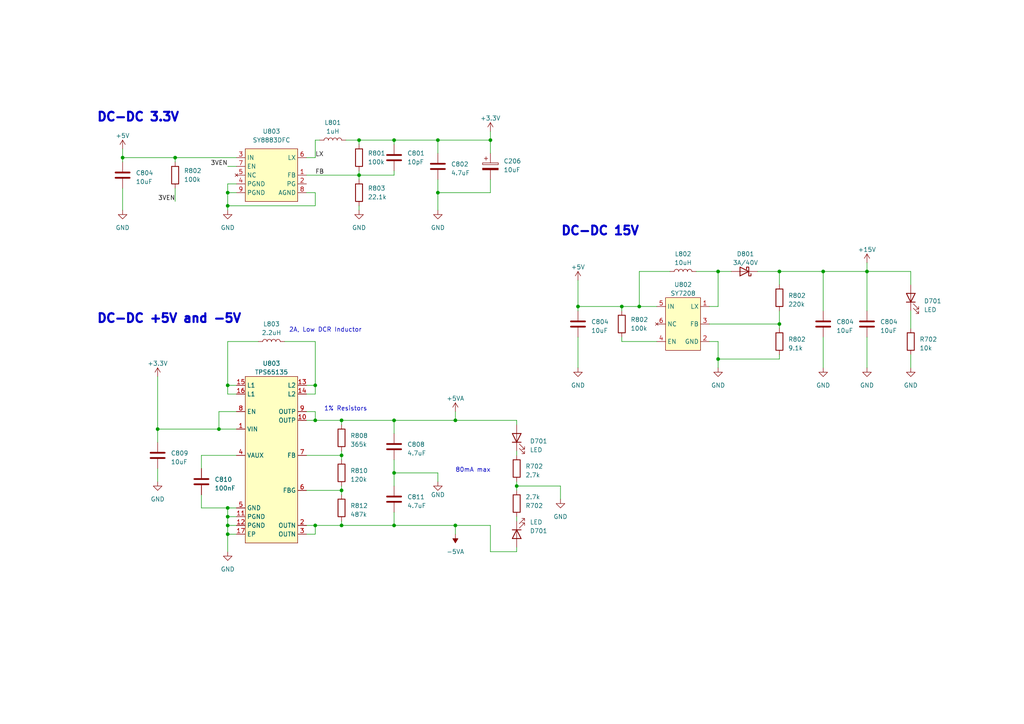
<source format=kicad_sch>
(kicad_sch (version 20230121) (generator eeschema)
  (paper "A4")
  (title_block (title "STM32 USB Audio Interface - Power Supply") (date "2023-04-16") (rev "A"))
  (lib_symbols
    (symbol "Device:C" (pin_numbers hide) (pin_names (offset 0.254))
      (property "Reference" "C" (at 0.635 2.54 0))
      (property "Value" "C" (at 0.635 -2.54 0))
      (symbol "C_0_1"
        (polyline (pts (xy -2.032 -0.762) (xy 2.032 -0.762)) (stroke (width 0.508)))
        (polyline (pts (xy -2.032 0.762) (xy 2.032 0.762)) (stroke (width 0.508)))
      )
      (symbol "C_1_1"
        (pin passive line (at 0 3.81 270) (length 2.794) (name "~") (number "1"))
        (pin passive line (at 0 -3.81 90) (length 2.794) (name "~") (number "2"))
      )
    )
    (symbol "Device:C_Polarized" (pin_numbers hide) (pin_names (offset 0.254))
      (property "Reference" "C" (at 0.635 2.54 0))
      (property "Value" "C_Polarized" (at 0.635 -2.54 0))
      (symbol "C_Polarized_0_1"
        (rectangle (start -2.286 0.508) (end 2.286 1.016))
        (polyline (pts (xy -1.778 2.286) (xy -0.762 2.286)))
        (polyline (pts (xy -1.27 2.794) (xy -1.27 1.778)))
        (rectangle (start 2.286 -0.508) (end -2.286 -1.016) (fill (type outline)))
      )
      (symbol "C_Polarized_1_1"
        (pin passive line (at 0 3.81 270) (length 2.794) (name "~") (number "1"))
        (pin passive line (at 0 -3.81 90) (length 2.794) (name "~") (number "2"))
      )
    )
    (symbol "Device:D_Schottky" (pin_numbers hide) (pin_names (offset 1.016) hide)
      (property "Reference" "D" (at 0 2.54 0))
      (property "Value" "D_Schottky" (at 0 -2.54 0))
      (symbol "D_Schottky_0_1"
        (polyline (pts (xy 1.27 0) (xy -1.27 0)))
        (polyline (pts (xy 1.27 1.27) (xy 1.27 -1.27) (xy -1.27 0) (xy 1.27 1.27)) (stroke (width 0.254)))
        (polyline (pts (xy -1.905 0.635) (xy -1.905 1.27) (xy -1.27 1.27) (xy -1.27 -1.27) (xy -0.635 -1.27) (xy -0.635 -0.635)) (stroke (width 0.254)))
      )
      (symbol "D_Schottky_1_1"
        (pin passive line (at -3.81 0 0) (length 2.54) (name "K") (number "1"))
        (pin passive line (at 3.81 0 180) (length 2.54) (name "A") (number "2"))
      )
    )
    (symbol "Device:L" (pin_numbers hide) (pin_names (offset 1.016) hide)
      (property "Reference" "L" (at -1.27 0 90))
      (property "Value" "L" (at 1.905 0 90))
      (symbol "L_0_1"
        (arc (start 0 -2.54) (mid 0.6323 -1.905) (end 0 -1.27))
        (arc (start 0 -1.27) (mid 0.6323 -0.635) (end 0 0))
        (arc (start 0 0) (mid 0.6323 0.635) (end 0 1.27))
        (arc (start 0 1.27) (mid 0.6323 1.905) (end 0 2.54))
      )
      (symbol "L_1_1"
        (pin passive line (at 0 3.81 270) (length 1.27) (name "1") (number "1"))
        (pin passive line (at 0 -3.81 90) (length 1.27) (name "2") (number "2"))
      )
    )
    (symbol "Device:LED" (pin_numbers hide) (pin_names (offset 1.016) hide)
      (property "Reference" "D" (at 0 2.54 0))
      (property "Value" "LED" (at 0 -2.54 0))
      (symbol "LED_0_1"
        (polyline (pts (xy -1.27 -1.27) (xy -1.27 1.27)) (stroke (width 0.254)))
        (polyline (pts (xy -1.27 0) (xy 1.27 0)))
        (polyline (pts (xy 1.27 -1.27) (xy 1.27 1.27) (xy -1.27 0) (xy 1.27 -1.27)) (stroke (width 0.254)))
        (polyline (pts (xy -3.048 -0.762) (xy -4.572 -2.286) (xy -3.81 -2.286) (xy -4.572 -2.286) (xy -4.572 -1.524)))
        (polyline (pts (xy -1.778 -0.762) (xy -3.302 -2.286) (xy -2.54 -2.286) (xy -3.302 -2.286) (xy -3.302 -1.524)))
      )
      (symbol "LED_1_1"
        (pin passive line (at -3.81 0 0) (length 2.54) (name "K") (number "1"))
        (pin passive line (at 3.81 0 180) (length 2.54) (name "A") (number "2"))
      )
    )
    (symbol "Device:R" (pin_numbers hide) (pin_names (offset 0))
      (property "Reference" "R" (at 2.032 0 90))
      (property "Value" "R" (at 0 0 90))
      (symbol "R_0_1"
        (rectangle (start -1.016 -2.54) (end 1.016 2.54) (stroke (width 0.254)))
      )
      (symbol "R_1_1"
        (pin passive line (at 0 3.81 270) (length 1.27) (name "~") (number "1"))
        (pin passive line (at 0 -3.81 90) (length 1.27) (name "~") (number "2"))
      )
    )
    (symbol "GND_1" (power) (pin_names (offset 0))
      (property "Value" "GND_1" (at 0 -3.81 0))
      (symbol "GND_1_0_1"
        (polyline (pts (xy 0 0) (xy 0 -1.27) (xy 1.27 -1.27) (xy 0 -2.54) (xy -1.27 -1.27) (xy 0 -1.27)))
      )
      (symbol "GND_1_1_1"
        (pin power_in line (at 0 0 270) (length 0) hide (name "GND") (number "1"))
      )
    )
    (symbol "GND_2" (power) (pin_names (offset 0))
      (property "Value" "GND_2" (at 0 -3.81 0))
      (symbol "GND_2_0_1"
        (polyline (pts (xy 0 0) (xy 0 -1.27) (xy 1.27 -1.27) (xy 0 -2.54) (xy -1.27 -1.27) (xy 0 -1.27)))
      )
      (symbol "GND_2_1_1"
        (pin power_in line (at 0 0 270) (length 0) hide (name "GND") (number "1"))
      )
    )
    (symbol "MyLibrary:SY7208"
      (property "Reference" "U" (at 0 8.89 0))
      (property "Value" "SY7208" (at 0 6.35 0))
      (symbol "SY7208_0_0"
        (pin bidirectional line (at 7.62 2.54 180) (length 2.54) (name "LX") (number "1"))
        (pin power_in line (at 7.62 -7.62 180) (length 2.54) (name "GND") (number "2"))
        (pin input line (at 7.62 -2.54 180) (length 2.54) (name "FB") (number "3"))
        (pin input line (at -7.62 -7.62 0) (length 2.54) (name "EN") (number "4"))
        (pin power_in line (at -7.62 2.54 0) (length 2.54) (name "IN") (number "5"))
        (pin no_connect line (at -7.62 -2.54 0) (length 2.54) (name "NC") (number "6"))
      )
      (symbol "SY7208_1_1"
        (rectangle (start -5.08 5.08) (end 5.08 -10.16) (fill (type background)))
      )
    )
    (symbol "MyLibrary:SY8883DFC"
      (property "Reference" "U" (at 0 11.43 0))
      (property "Value" "SY8883DFC" (at 0 8.89 0))
      (symbol "SY8883DFC_0_0"
        (pin input line (at 10.16 0 180) (length 2.54) (name "FB") (number "1"))
        (pin open_emitter line (at 10.16 -2.54 180) (length 2.54) (name "PG") (number "2"))
        (pin power_in line (at -10.16 5.08 0) (length 2.54) (name "IN") (number "3"))
        (pin power_in line (at -10.16 -2.54 0) (length 2.54) (name "PGND") (number "4"))
        (pin no_connect line (at -10.16 0 0) (length 2.54) (name "NC") (number "5"))
        (pin power_out line (at 10.16 5.08 180) (length 2.54) (name "LX") (number "6"))
        (pin input line (at -10.16 2.54 0) (length 2.54) (name "EN") (number "7"))
        (pin power_in line (at 10.16 -5.08 180) (length 2.54) (name "AGND") (number "8"))
        (pin power_in line (at -10.16 -5.08 0) (length 2.54) (name "PGND") (number "9"))
      )
      (symbol "SY8883DFC_0_1"
        (rectangle (start -7.62 7.62) (end 7.62 -7.62) (fill (type background)))
      )
    )
    (symbol "MyLibrary:TPS65135"
      (property "Reference" "U" (at 0 5.08 0))
      (property "Value" "TPS65135" (at 0 0 0))
      (symbol "TPS65135_0_0"
        (pin power_in line (at -10.16 -12.7 0) (length 2.54) (name "VIN") (number "1"))
        (pin power_out line (at 10.16 -10.16 180) (length 2.54) (name "OUTP") (number "10"))
        (pin power_in line (at -10.16 -38.1 0) (length 2.54) (name "PGND") (number "11"))
        (pin power_in line (at -10.16 -40.64 0) (length 2.54) (name "PGND") (number "12"))
        (pin bidirectional line (at 10.16 0 180) (length 2.54) (name "L2") (number "13"))
        (pin bidirectional line (at 10.16 -2.54 180) (length 2.54) (name "L2") (number "14"))
        (pin bidirectional line (at -10.16 0 0) (length 2.54) (name "L1") (number "15"))
        (pin bidirectional line (at -10.16 -2.54 0) (length 2.54) (name "L1") (number "16"))
        (pin power_in line (at -10.16 -43.18 0) (length 2.54) (name "EP") (number "17"))
        (pin power_out line (at 10.16 -40.64 180) (length 2.54) (name "OUTN") (number "2"))
        (pin power_out line (at 10.16 -43.18 180) (length 2.54) (name "OUTN") (number "3"))
        (pin bidirectional line (at -10.16 -20.32 0) (length 2.54) (name "VAUX") (number "4"))
        (pin power_in line (at -10.16 -35.56 0) (length 2.54) (name "GND") (number "5"))
        (pin input line (at 10.16 -30.48 180) (length 2.54) (name "FBG") (number "6"))
        (pin input line (at 10.16 -20.32 180) (length 2.54) (name "FB") (number "7"))
        (pin input line (at -10.16 -7.62 0) (length 2.54) (name "EN") (number "8"))
        (pin power_out line (at 10.16 -7.62 180) (length 2.54) (name "OUTP") (number "9"))
      )
      (symbol "TPS65135_1_1"
        (rectangle (start -7.62 2.54) (end 7.62 -45.72) (fill (type background)))
      )
    )
    (symbol "power:+15V" (power) (pin_names (offset 0))
      (property "Value" "+15V" (at 0 3.556 0))
      (symbol "+15V_0_1"
        (polyline (pts (xy -0.762 1.27) (xy 0 2.54)))
        (polyline (pts (xy 0 0) (xy 0 2.54)))
        (polyline (pts (xy 0 2.54) (xy 0.762 1.27)))
      )
      (symbol "+15V_1_1"
        (pin power_in line (at 0 0 90) (length 0) hide (name "+15V") (number "1"))
      )
    )
    (symbol "power:+3.3V" (power) (pin_names (offset 0))
      (property "Value" "+3.3V" (at 0 3.556 0))
      (symbol "+3.3V_0_1"
        (polyline (pts (xy -0.762 1.27) (xy 0 2.54)))
        (polyline (pts (xy 0 0) (xy 0 2.54)))
        (polyline (pts (xy 0 2.54) (xy 0.762 1.27)))
      )
      (symbol "+3.3V_1_1"
        (pin power_in line (at 0 0 90) (length 0) hide (name "+3.3V") (number "1"))
      )
    )
    (symbol "power:+5V" (power) (pin_names (offset 0))
      (property "Value" "+5V" (at 0 3.556 0))
      (symbol "+5V_0_1"
        (polyline (pts (xy -0.762 1.27) (xy 0 2.54)))
        (polyline (pts (xy 0 0) (xy 0 2.54)))
        (polyline (pts (xy 0 2.54) (xy 0.762 1.27)))
      )
      (symbol "+5V_1_1"
        (pin power_in line (at 0 0 90) (length 0) hide (name "+5V") (number "1"))
      )
    )
    (symbol "power:+5VA" (power) (pin_names (offset 0))
      (property "Value" "+5VA" (at 0 3.556 0))
      (symbol "+5VA_0_1"
        (polyline (pts (xy -0.762 1.27) (xy 0 2.54)))
        (polyline (pts (xy 0 0) (xy 0 2.54)))
        (polyline (pts (xy 0 2.54) (xy 0.762 1.27)))
      )
      (symbol "+5VA_1_1"
        (pin power_in line (at 0 0 90) (length 0) hide (name "+5VA") (number "1"))
      )
    )
    (symbol "power:-5VA" (power) (pin_names (offset 0))
      (property "Value" "-5VA" (at 0 3.81 0))
      (symbol "-5VA_0_0"
        (pin power_in line (at 0 0 90) (length 0) hide (name "-5VA") (number "1"))
      )
      (symbol "-5VA_0_1"
        (polyline (pts (xy 0 0) (xy 0 1.27) (xy 0.762 1.27) (xy 0 2.54) (xy -0.762 1.27) (xy 0 1.27)) (fill (type outline)))
      )
    )
    (symbol "power:GND" (power) (pin_names (offset 0))
      (property "Value" "GND" (at 0 -3.81 0))
      (symbol "GND_0_1"
        (polyline (pts (xy 0 0) (xy 0 -1.27) (xy 1.27 -1.27) (xy 0 -2.54) (xy -1.27 -1.27) (xy 0 -1.27)))
      )
      (symbol "GND_1_1"
        (pin power_in line (at 0 0 270) (length 0) hide (name "GND") (number "1"))
      )
    )
  )
  (junction (at 91.44 121.92))
  (junction (at 114.3 121.92))
  (junction (at 104.14 40.64))
  (junction (at 66.04 152.4))
  (junction (at 66.04 55.88))
  (junction (at 238.76 78.74))
  (junction (at 114.3 137.16))
  (junction (at 226.06 93.98))
  (junction (at 208.28 104.14))
  (junction (at 66.04 154.94))
  (junction (at 208.28 78.74))
  (junction (at 132.08 152.4))
  (junction (at 251.46 78.74))
  (junction (at 99.06 121.92))
  (junction (at 185.42 88.9))
  (junction (at 127 40.64))
  (junction (at 127 55.88))
  (junction (at 66.04 147.32))
  (junction (at 149.86 140.97))
  (junction (at 50.8 45.72))
  (junction (at 142.24 40.64))
  (junction (at 114.3 40.64))
  (junction (at 66.04 111.76))
  (junction (at 35.56 45.72))
  (junction (at 226.06 78.74))
  (junction (at 66.04 59.69))
  (junction (at 66.04 149.86))
  (junction (at 99.06 142.24))
  (junction (at 104.14 50.8))
  (junction (at 91.44 111.76))
  (junction (at 63.5 124.46))
  (junction (at 45.72 124.46))
  (junction (at 132.08 121.92))
  (junction (at 167.64 88.9))
  (junction (at 91.44 152.4))
  (junction (at 180.34 88.9))
  (junction (at 114.3 152.4))
  (junction (at 99.06 152.4))
  (junction (at 99.06 132.08))
  (wire (pts (xy 88.9 121.92) (xy 91.44 121.92)))
  (wire (pts (xy 127 139.7) (xy 127 137.16)))
  (wire (pts (xy 104.14 59.69) (xy 104.14 60.96)))
  (wire (pts (xy 66.04 111.76) (xy 68.58 111.76)))
  (wire (pts (xy 251.46 97.79) (xy 251.46 106.68)))
  (wire (pts (xy 180.34 88.9) (xy 185.42 88.9)))
  (wire (pts (xy 50.8 46.99) (xy 50.8 45.72)))
  (wire (pts (xy 99.06 143.51) (xy 99.06 142.24)))
  (wire (pts (xy 114.3 40.64) (xy 104.14 40.64)))
  (wire (pts (xy 35.56 54.61) (xy 35.56 60.96)))
  (wire (pts (xy 68.58 55.88) (xy 66.04 55.88)))
  (wire (pts (xy 127 55.88) (xy 142.24 55.88)))
  (wire (pts (xy 127 52.07) (xy 127 55.88)))
  (wire (pts (xy 35.56 45.72) (xy 35.56 46.99)))
  (wire (pts (xy 114.3 50.8) (xy 104.14 50.8)))
  (wire (pts (xy 114.3 133.35) (xy 114.3 137.16)))
  (wire (pts (xy 114.3 49.53) (xy 114.3 50.8)))
  (wire (pts (xy 100.33 40.64) (xy 104.14 40.64)))
  (wire (pts (xy 201.93 78.74) (xy 208.28 78.74)))
  (wire (pts (xy 264.16 90.17) (xy 264.16 95.25)))
  (wire (pts (xy 180.34 97.79) (xy 180.34 99.06)))
  (wire (pts (xy 127 44.45) (xy 127 40.64)))
  (wire (pts (xy 66.04 59.69) (xy 66.04 60.96)))
  (wire (pts (xy 35.56 45.72) (xy 50.8 45.72)))
  (wire (pts (xy 238.76 78.74) (xy 238.76 90.17)))
  (wire (pts (xy 208.28 104.14) (xy 226.06 104.14)))
  (wire (pts (xy 149.86 160.02) (xy 142.24 160.02)))
  (wire (pts (xy 104.14 50.8) (xy 104.14 52.07)))
  (wire (pts (xy 114.3 121.92) (xy 132.08 121.92)))
  (wire (pts (xy 142.24 152.4) (xy 132.08 152.4)))
  (wire (pts (xy 91.44 59.69) (xy 66.04 59.69)))
  (wire (pts (xy 142.24 52.07) (xy 142.24 55.88)))
  (wire (pts (xy 99.06 152.4) (xy 91.44 152.4)))
  (wire (pts (xy 50.8 54.61) (xy 50.8 58.42)))
  (wire (pts (xy 99.06 151.13) (xy 99.06 152.4)))
  (wire (pts (xy 66.04 48.26) (xy 68.58 48.26)))
  (wire (pts (xy 226.06 93.98) (xy 205.74 93.98)))
  (wire (pts (xy 142.24 38.1) (xy 142.24 40.64)))
  (wire (pts (xy 264.16 78.74) (xy 251.46 78.74)))
  (wire (pts (xy 149.86 140.97) (xy 162.56 140.97)))
  (wire (pts (xy 91.44 154.94) (xy 91.44 152.4)))
  (wire (pts (xy 91.44 99.06) (xy 82.55 99.06)))
  (wire (pts (xy 58.42 143.51) (xy 58.42 147.32)))
  (wire (pts (xy 45.72 124.46) (xy 45.72 128.27)))
  (wire (pts (xy 66.04 154.94) (xy 68.58 154.94)))
  (wire (pts (xy 68.58 119.38) (xy 63.5 119.38)))
  (wire (pts (xy 226.06 102.87) (xy 226.06 104.14)))
  (wire (pts (xy 167.64 97.79) (xy 167.64 106.68)))
  (wire (pts (xy 127 137.16) (xy 114.3 137.16)))
  (wire (pts (xy 66.04 55.88) (xy 66.04 59.69)))
  (wire (pts (xy 114.3 148.59) (xy 114.3 152.4)))
  (wire (pts (xy 104.14 40.64) (xy 104.14 41.91)))
  (wire (pts (xy 208.28 99.06) (xy 208.28 104.14)))
  (wire (pts (xy 91.44 119.38) (xy 88.9 119.38)))
  (wire (pts (xy 88.9 142.24) (xy 99.06 142.24)))
  (wire (pts (xy 238.76 78.74) (xy 251.46 78.74)))
  (wire (pts (xy 99.06 142.24) (xy 99.06 140.97)))
  (wire (pts (xy 251.46 78.74) (xy 251.46 90.17)))
  (wire (pts (xy 226.06 93.98) (xy 226.06 95.25)))
  (wire (pts (xy 91.44 55.88) (xy 91.44 59.69)))
  (wire (pts (xy 88.9 154.94) (xy 91.44 154.94)))
  (wire (pts (xy 88.9 132.08) (xy 99.06 132.08)))
  (wire (pts (xy 66.04 111.76) (xy 66.04 114.3)))
  (wire (pts (xy 185.42 88.9) (xy 190.5 88.9)))
  (wire (pts (xy 114.3 137.16) (xy 114.3 140.97)))
  (wire (pts (xy 88.9 111.76) (xy 91.44 111.76)))
  (wire (pts (xy 149.86 151.13) (xy 149.86 149.86)))
  (wire (pts (xy 99.06 121.92) (xy 114.3 121.92)))
  (wire (pts (xy 149.86 121.92) (xy 132.08 121.92)))
  (wire (pts (xy 35.56 43.18) (xy 35.56 45.72)))
  (wire (pts (xy 114.3 41.91) (xy 114.3 40.64)))
  (wire (pts (xy 264.16 78.74) (xy 264.16 82.55)))
  (wire (pts (xy 180.34 99.06) (xy 190.5 99.06)))
  (wire (pts (xy 91.44 152.4) (xy 88.9 152.4)))
  (wire (pts (xy 226.06 78.74) (xy 226.06 82.55)))
  (wire (pts (xy 167.64 88.9) (xy 180.34 88.9)))
  (wire (pts (xy 264.16 102.87) (xy 264.16 106.68)))
  (wire (pts (xy 104.14 49.53) (xy 104.14 50.8)))
  (wire (pts (xy 149.86 123.19) (xy 149.86 121.92)))
  (wire (pts (xy 58.42 132.08) (xy 58.42 135.89)))
  (wire (pts (xy 45.72 124.46) (xy 63.5 124.46)))
  (wire (pts (xy 50.8 45.72) (xy 68.58 45.72)))
  (wire (pts (xy 142.24 160.02) (xy 142.24 152.4)))
  (wire (pts (xy 74.93 99.06) (xy 66.04 99.06)))
  (wire (pts (xy 127 40.64) (xy 142.24 40.64)))
  (wire (pts (xy 205.74 99.06) (xy 208.28 99.06)))
  (wire (pts (xy 251.46 76.2) (xy 251.46 78.74)))
  (wire (pts (xy 91.44 114.3) (xy 88.9 114.3)))
  (wire (pts (xy 66.04 152.4) (xy 68.58 152.4)))
  (wire (pts (xy 68.58 53.34) (xy 66.04 53.34)))
  (wire (pts (xy 91.44 40.64) (xy 92.71 40.64)))
  (wire (pts (xy 132.08 152.4) (xy 114.3 152.4)))
  (wire (pts (xy 68.58 132.08) (xy 58.42 132.08)))
  (wire (pts (xy 208.28 78.74) (xy 212.09 78.74)))
  (wire (pts (xy 219.71 78.74) (xy 226.06 78.74)))
  (wire (pts (xy 88.9 45.72) (xy 91.44 45.72)))
  (wire (pts (xy 185.42 78.74) (xy 185.42 88.9)))
  (wire (pts (xy 45.72 109.22) (xy 45.72 124.46)))
  (wire (pts (xy 63.5 119.38) (xy 63.5 124.46)))
  (wire (pts (xy 132.08 121.92) (xy 132.08 119.38)))
  (wire (pts (xy 180.34 88.9) (xy 180.34 90.17)))
  (wire (pts (xy 167.64 81.28) (xy 167.64 88.9)))
  (wire (pts (xy 66.04 154.94) (xy 66.04 160.02)))
  (wire (pts (xy 127 55.88) (xy 127 60.96)))
  (wire (pts (xy 99.06 132.08) (xy 99.06 130.81)))
  (wire (pts (xy 66.04 147.32) (xy 66.04 149.86)))
  (wire (pts (xy 91.44 111.76) (xy 91.44 99.06)))
  (wire (pts (xy 45.72 135.89) (xy 45.72 139.7)))
  (wire (pts (xy 91.44 111.76) (xy 91.44 114.3)))
  (wire (pts (xy 114.3 152.4) (xy 99.06 152.4)))
  (wire (pts (xy 194.31 78.74) (xy 185.42 78.74)))
  (wire (pts (xy 208.28 106.68) (xy 208.28 104.14)))
  (wire (pts (xy 205.74 88.9) (xy 208.28 88.9)))
  (wire (pts (xy 91.44 119.38) (xy 91.44 121.92)))
  (wire (pts (xy 66.04 149.86) (xy 66.04 152.4)))
  (wire (pts (xy 167.64 88.9) (xy 167.64 90.17)))
  (wire (pts (xy 91.44 121.92) (xy 99.06 121.92)))
  (wire (pts (xy 68.58 147.32) (xy 66.04 147.32)))
  (wire (pts (xy 132.08 154.94) (xy 132.08 152.4)))
  (wire (pts (xy 238.76 78.74) (xy 226.06 78.74)))
  (wire (pts (xy 91.44 45.72) (xy 91.44 40.64)))
  (wire (pts (xy 66.04 114.3) (xy 68.58 114.3)))
  (wire (pts (xy 88.9 50.8) (xy 104.14 50.8)))
  (wire (pts (xy 149.86 158.75) (xy 149.86 160.02)))
  (wire (pts (xy 142.24 44.45) (xy 142.24 40.64)))
  (wire (pts (xy 149.86 140.97) (xy 149.86 142.24)))
  (wire (pts (xy 162.56 140.97) (xy 162.56 144.78)))
  (wire (pts (xy 63.5 124.46) (xy 68.58 124.46)))
  (wire (pts (xy 66.04 53.34) (xy 66.04 55.88)))
  (wire (pts (xy 58.42 147.32) (xy 66.04 147.32)))
  (wire (pts (xy 88.9 55.88) (xy 91.44 55.88)))
  (wire (pts (xy 114.3 125.73) (xy 114.3 121.92)))
  (wire (pts (xy 208.28 88.9) (xy 208.28 78.74)))
  (wire (pts (xy 226.06 90.17) (xy 226.06 93.98)))
  (wire (pts (xy 99.06 133.35) (xy 99.06 132.08)))
  (wire (pts (xy 99.06 123.19) (xy 99.06 121.92)))
  (wire (pts (xy 127 40.64) (xy 114.3 40.64)))
  (wire (pts (xy 238.76 97.79) (xy 238.76 106.68)))
  (wire (pts (xy 66.04 99.06) (xy 66.04 111.76)))
  (wire (pts (xy 66.04 149.86) (xy 68.58 149.86)))
  (wire (pts (xy 149.86 139.7) (xy 149.86 140.97)))
  (wire (pts (xy 66.04 152.4) (xy 66.04 154.94)))
  (wire (pts (xy 149.86 130.81) (xy 149.86 132.08)))
  (text "2A, Low DCR Inductor" (at 83.82 96.52 0) (effects (font (size 1.27 1.27)) (justify left bottom)))
  (text "1% Resistors" (at 93.98 119.38 0) (effects (font (size 1.27 1.27)) (justify left bottom)))
  (text "DC-DC +5V and -5V" (at 27.94 93.98 0) (effects (font (size 2.54 2.54) (thickness 0.6) bold) (justify left bottom)))
  (text "DC-DC 3.3V" (at 27.94 35.56 0) (effects (font (size 2.54 2.54) (thickness 0.6) bold) (justify left bottom)))
  (text "80mA max" (at 132.08 137.16 0) (effects (font (size 1.27 1.27)) (justify left bottom)))
  (text "DC-DC 15V" (at 162.56 68.58 0) (effects (font (size 2.54 2.54) (thickness 0.6) bold) (justify left bottom)))
  (label "FB" (at 91.44 50.8 0) (property "Intersheetrefs" "${INTERSHEET_REFS}" (effects hide)))
  (label "LX" (at 91.44 45.72 0))
  (label "3VEN" (at 50.8 58.42 180) (property "Intersheetrefs" "${INTERSHEET_REFS}" (effects hide)))
  (label "3VEN" (at 66.04 48.26 180) (property "Intersheetrefs" "${INTERSHEET_REFS}" (effects hide)))
  (symbol (lib_id "Device:LED") (at 149.86 127 90) (unit 1)
    (property "Reference" "D701" (at 153.67 127.9525 90) (effects (justify right)))
    (property "Value" "LED" (at 153.67 130.4925 90) (effects (justify right)))
    (property "Footprint" "LED_SMD:LED_0603_1608Metric" (effects hide))
    (instances (project "STM32-USB-Audio-Board" (path "" (reference "D701") (unit 1)) (path "" (reference "D501") (unit 1)) (path "" (reference "D601") (unit 1)) (path "" (reference "D803") (unit 1))))
  )
  (symbol (lib_id "Device:C") (at 35.56 50.8 0) (unit 1)
    (property "Reference" "C804" (at 39.37 50.165 0) (effects (justify left)))
    (property "Value" "10uF" (at 39.37 52.705 0) (effects (justify left)))
    (property "Footprint" "Capacitor_SMD:C_0603_1608Metric" (effects hide))
    (instances (project "Quad_RAK3172_Board" (path "" (reference "C804") (unit 1)) (path "" (reference "C201") (unit 1))) (project "pico-swd-programmer" (path "" (reference "C303") (unit 1))) (project "STM32-USB-Audio-Board" (path "" (reference "C310") (unit 1)) (path "" (reference "C804") (unit 1))) (project "RAK3172-M.2-2230-Mod" (path "" (reference "C403") (unit 1))))
  )
  (symbol (lib_id "Device:L") (at 78.74 99.06 90) (unit 1)
    (property "Reference" "L803" (at 78.74 93.98 90))
    (property "Value" "2.2uH" (at 78.74 96.52 90))
    (property "Footprint" "Inductor_SMD:L_Sunlord_MWSA0412S" (effects hide))
  )
  (symbol (lib_id "Device:R") (at 226.06 99.06 0) (unit 1)
    (property "Reference" "R802" (at 228.6 98.425 0) (effects (justify left)))
    (property "Value" "9.1k" (at 228.6 100.965 0) (effects (justify left)))
    (property "Footprint" "Resistor_SMD:R_0402_1005Metric" (effects hide))
    (instances (project "Quad_RAK3172_Board" (path "" (reference "R802") (unit 1)) (path "" (reference "R201") (unit 1))) (project "pico-swd-programmer" (path "" (reference "R305") (unit 1))) (project "STM32-USB-Audio-Board" (path "" (reference "R310") (unit 1)) (path "" (reference "R806") (unit 1))) (project "RAK3172-M.2-2230-Mod" (path "" (reference "R403") (unit 1))))
  )
  (symbol (lib_id "power:+5V") (at 167.64 81.28 0) (unit 1)
    (property "Reference" "#PWR0808" (effects hide))
    (property "Value" "+5V" (at 167.64 77.47 0))
  )
  (symbol (lib_id "Device:C") (at 58.42 139.7 0) (unit 1)
    (property "Reference" "C810" (at 62.23 139.065 0) (effects (justify left)))
    (property "Value" "100nF" (at 62.23 141.605 0) (effects (justify left)))
    (property "Footprint" "Capacitor_SMD:C_0402_1005Metric" (effects hide))
  )
  (symbol (lib_name "GND_2") (lib_id "power:GND") (at 104.14 60.96 0) (unit 1)
    (property "Reference" "#PWR0804" (effects hide))
    (property "Value" "GND" (at 104.14 66.04 0))
    (instances (project "Quad_RAK3172_Board" (path "" (reference "#PWR0804") (unit 1)) (path "" (reference "#PWR0208") (unit 1))) (project "pico-swd-programmer" (path "" (reference "#PWR0308") (unit 1))) (project "STM32-USB-Audio-Board" (path "" (reference "#PWR0318") (unit 1)) (path "" (reference "#PWR0805") (unit 1))) (project "RAK3172-M.2-2230-Mod" (path "" (reference "#PWR0405") (unit 1))))
  )
  (symbol (lib_id "power:+15V") (at 251.46 76.2 0) (unit 1)
    (property "Reference" "#PWR0807" (effects hide))
    (property "Value" "+15V" (at 251.46 72.39 0))
  )
  (symbol (lib_id "Device:C") (at 45.72 132.08 0) (unit 1)
    (property "Reference" "C809" (at 49.53 131.445 0) (effects (justify left)))
    (property "Value" "10uF" (at 49.53 133.985 0) (effects (justify left)))
    (property "Footprint" "Capacitor_SMD:C_0603_1608Metric" (effects hide))
  )
  (symbol (lib_id "Device:L") (at 198.12 78.74 90) (unit 1)
    (property "Reference" "L802" (at 198.12 73.66 90))
    (property "Value" "10uH" (at 198.12 76.2 90))
    (property "Footprint" "Inductor_SMD:L_Sunlord_MWSA0412S" (effects hide))
  )
  (symbol (lib_id "Device:C") (at 167.64 93.98 0) (unit 1)
    (property "Reference" "C804" (at 171.45 93.345 0) (effects (justify left)))
    (property "Value" "10uF" (at 171.45 95.885 0) (effects (justify left)))
    (property "Footprint" "Capacitor_SMD:C_0603_1608Metric" (effects hide))
    (instances (project "Quad_RAK3172_Board" (path "" (reference "C804") (unit 1)) (path "" (reference "C201") (unit 1))) (project "pico-swd-programmer" (path "" (reference "C303") (unit 1))) (project "STM32-USB-Audio-Board" (path "" (reference "C310") (unit 1)) (path "" (reference "C805") (unit 1))) (project "RAK3172-M.2-2230-Mod" (path "" (reference "C403") (unit 1))))
  )
  (symbol (lib_name "GND_1") (lib_id "power:GND") (at 264.16 106.68 0) (unit 1)
    (property "Reference" "#PWR0802" (effects hide))
    (property "Value" "GND" (at 264.16 111.76 0))
    (instances (project "Quad_RAK3172_Board" (path "" (reference "#PWR0802") (unit 1)) (path "" (reference "#PWR0202") (unit 1))) (project "pico-swd-programmer" (path "" (reference "#PWR0306") (unit 1))) (project "STM32-USB-Audio-Board" (path "" (reference "#PWR0316") (unit 1)) (path "" (reference "#PWR0813") (unit 1))) (project "RAK3172-M.2-2230-Mod" (path "" (reference "#PWR0403") (unit 1))))
  )
  (symbol (lib_id "Device:C_Polarized") (at 142.24 48.26 0) (unit 1)
    (property "Reference" "C206" (at 146.05 46.736 0) (effects (justify left)))
    (property "Value" "10uF" (at 146.05 49.276 0) (effects (justify left)))
    (property "Footprint" "Capacitor_Tantalum_SMD:CP_EIA-3528-21_Kemet-B" (effects hide))
    (instances (project "Quad_RAK3172_Board" (path "" (reference "C206") (unit 1))) (project "STM32-USB-Audio-Board" (path "" (reference "C309") (unit 1)) (path "" (reference "C803") (unit 1))))
  )
  (symbol (lib_id "Device:C") (at 238.76 93.98 0) (unit 1)
    (property "Reference" "C804" (at 242.57 93.345 0) (effects (justify left)))
    (property "Value" "10uF" (at 242.57 95.885 0) (effects (justify left)))
    (property "Footprint" "Capacitor_SMD:C_0805_2012Metric" (effects hide))
    (instances (project "Quad_RAK3172_Board" (path "" (reference "C804") (unit 1)) (path "" (reference "C201") (unit 1))) (project "pico-swd-programmer" (path "" (reference "C303") (unit 1))) (project "STM32-USB-Audio-Board" (path "" (reference "C310") (unit 1)) (path "" (reference "C806") (unit 1))) (project "RAK3172-M.2-2230-Mod" (path "" (reference "C403") (unit 1))))
  )
  (symbol (lib_id "Device:R") (at 104.14 55.88 0) (unit 1)
    (property "Reference" "R803" (at 106.68 54.61 0) (effects (justify left)))
    (property "Value" "22.1k" (at 106.68 57.15 0) (effects (justify left)))
    (property "Footprint" "Resistor_SMD:R_0402_1005Metric" (effects hide))
    (instances (project "Quad_RAK3172_Board" (path "" (reference "R803") (unit 1)) (path "" (reference "R205") (unit 1))) (project "pico-swd-programmer" (path "" (reference "R306") (unit 1))) (project "STM32-USB-Audio-Board" (path "" (reference "R311") (unit 1)) (path "" (reference "R803") (unit 1))) (project "RAK3172-M.2-2230-Mod" (path "" (reference "R404") (unit 1))))
  )
  (symbol (lib_id "Device:R") (at 99.06 137.16 0) (unit 1)
    (property "Reference" "R810" (at 101.6 136.525 0) (effects (justify left)))
    (property "Value" "120k" (at 101.6 139.065 0) (effects (justify left)))
    (property "Footprint" "Resistor_SMD:R_0402_1005Metric" (effects hide))
  )
  (symbol (lib_name "GND_2") (lib_id "power:GND") (at 127 60.96 0) (unit 1)
    (property "Reference" "#PWR0805" (effects hide))
    (property "Value" "GND" (at 127 66.04 0))
    (instances (project "Quad_RAK3172_Board" (path "" (reference "#PWR0805") (unit 1)) (path "" (reference "#PWR0212") (unit 1))) (project "pico-swd-programmer" (path "" (reference "#PWR0309") (unit 1))) (project "STM32-USB-Audio-Board" (path "" (reference "#PWR0319") (unit 1)) (path "" (reference "#PWR0806") (unit 1))) (project "RAK3172-M.2-2230-Mod" (path "" (reference "#PWR0406") (unit 1))))
  )
  (symbol (lib_id "Device:R") (at 104.14 45.72 0) (unit 1)
    (property "Reference" "R801" (at 106.68 44.4499 0) (effects (justify left)))
    (property "Value" "100k" (at 106.68 46.9899 0) (effects (justify left)))
    (property "Footprint" "Resistor_SMD:R_0402_1005Metric" (effects hide))
    (instances (project "Quad_RAK3172_Board" (path "" (reference "R801") (unit 1)) (path "" (reference "R204") (unit 1))) (project "pico-swd-programmer" (path "" (reference "R303") (unit 1))) (project "STM32-USB-Audio-Board" (path "" (reference "R309") (unit 1)) (path "" (reference "R801") (unit 1))) (project "RAK3172-M.2-2230-Mod" (path "" (reference "R401") (unit 1))))
  )
  (symbol (lib_name "GND_1") (lib_id "power:GND") (at 167.64 106.68 0) (unit 1)
    (property "Reference" "#PWR0802" (effects hide))
    (property "Value" "GND" (at 167.64 111.76 0))
    (instances (project "Quad_RAK3172_Board" (path "" (reference "#PWR0802") (unit 1)) (path "" (reference "#PWR0202") (unit 1))) (project "pico-swd-programmer" (path "" (reference "#PWR0306") (unit 1))) (project "STM32-USB-Audio-Board" (path "" (reference "#PWR0316") (unit 1)) (path "" (reference "#PWR0809") (unit 1))) (project "RAK3172-M.2-2230-Mod" (path "" (reference "#PWR0403") (unit 1))))
  )
  (symbol (lib_id "Device:R") (at 264.16 99.06 0) (unit 1)
    (property "Reference" "R702" (at 266.7 98.425 0) (effects (justify left)))
    (property "Value" "10k" (at 266.7 100.965 0) (effects (justify left)))
    (property "Footprint" "Resistor_SMD:R_0402_1005Metric" (effects hide))
    (instances (project "STM32-USB-Audio-Board" (path "" (reference "R702") (unit 1)) (path "" (reference "R501") (unit 1)) (path "" (reference "R601") (unit 1)) (path "" (reference "R807") (unit 1))))
  )
  (symbol (lib_id "MyLibrary:TPS65135") (at 78.74 111.76 0) (unit 1)
    (property "Reference" "U803" (at 78.74 105.41 0))
    (property "Value" "TPS65135" (at 78.74 107.95 0))
    (property "Footprint" "Package_DFN_QFN:WQFN-16-1EP_3x3mm_P0.5mm_EP1.68x1.68mm" (effects hide))
    (property "Datasheet" "https://www.ti.com/lit/ds/symlink/tps65135.pdf" (effects hide))
  )
  (symbol (lib_id "Device:C") (at 114.3 144.78 0) (unit 1)
    (property "Reference" "C811" (at 118.11 144.145 0) (effects (justify left)))
    (property "Value" "4.7uF" (at 118.11 146.685 0) (effects (justify left)))
    (property "Footprint" "Capacitor_SMD:C_0603_1608Metric" (effects hide))
  )
  (symbol (lib_id "power:+5V") (at 35.56 43.18 0) (unit 1)
    (property "Reference" "#PWR0802" (effects hide))
    (property "Value" "+5V" (at 35.56 39.37 0))
  )
  (symbol (lib_name "GND_1") (lib_id "power:GND") (at 251.46 106.68 0) (unit 1)
    (property "Reference" "#PWR0802" (effects hide))
    (property "Value" "GND" (at 251.46 111.76 0))
    (instances (project "Quad_RAK3172_Board" (path "" (reference "#PWR0802") (unit 1)) (path "" (reference "#PWR0202") (unit 1))) (project "pico-swd-programmer" (path "" (reference "#PWR0306") (unit 1))) (project "STM32-USB-Audio-Board" (path "" (reference "#PWR0316") (unit 1)) (path "" (reference "#PWR0812") (unit 1))) (project "RAK3172-M.2-2230-Mod" (path "" (reference "#PWR0403") (unit 1))))
  )
  (symbol (lib_id "Device:C") (at 114.3 45.72 0) (unit 1)
    (property "Reference" "C801" (at 118.11 44.4499 0) (effects (justify left)))
    (property "Value" "10pF" (at 118.11 46.9899 0) (effects (justify left)))
    (property "Footprint" "Capacitor_SMD:C_0402_1005Metric" (effects hide))
    (instances (project "Quad_RAK3172_Board" (path "" (reference "C801") (unit 1)) (path "" (reference "C204") (unit 1))) (project "pico-swd-programmer" (path "" (reference "C301") (unit 1))) (project "STM32-USB-Audio-Board" (path "" (reference "C307") (unit 1)) (path "" (reference "C801") (unit 1))) (project "RAK3172-M.2-2230-Mod" (path "" (reference "C401") (unit 1))))
  )
  (symbol (lib_id "power:+3.3V") (at 45.72 109.22 0) (unit 1)
    (property "Reference" "#PWR0214" (effects hide))
    (property "Value" "+3.3V" (at 45.72 105.41 0))
    (instances (project "Quad_RAK3172_Board" (path "" (reference "#PWR0214") (unit 1))) (project "STM32-USB-Audio-Board" (path "" (reference "#PWR0314") (unit 1)) (path "" (reference "#PWR0814") (unit 1))))
  )
  (symbol (lib_name "GND_1") (lib_id "power:GND") (at 238.76 106.68 0) (unit 1)
    (property "Reference" "#PWR0802" (effects hide))
    (property "Value" "GND" (at 238.76 111.76 0))
    (instances (project "Quad_RAK3172_Board" (path "" (reference "#PWR0802") (unit 1)) (path "" (reference "#PWR0202") (unit 1))) (project "pico-swd-programmer" (path "" (reference "#PWR0306") (unit 1))) (project "STM32-USB-Audio-Board" (path "" (reference "#PWR0316") (unit 1)) (path "" (reference "#PWR0811") (unit 1))) (project "RAK3172-M.2-2230-Mod" (path "" (reference "#PWR0403") (unit 1))))
  )
  (symbol (lib_id "Device:L") (at 96.52 40.64 90) (unit 1)
    (property "Reference" "L801" (at 96.52 35.56 90))
    (property "Value" "1uH" (at 96.52 38.1 90))
    (property "Footprint" "Inductor_SMD:L_Sunlord_SWPA4020S" (effects hide))
    (instances (project "Quad_RAK3172_Board" (path "" (reference "L801") (unit 1)) (path "" (reference "L202") (unit 1))) (project "pico-swd-programmer" (path "" (reference "L301") (unit 1))) (project "STM32-USB-Audio-Board" (path "" (reference "L303") (unit 1)) (path "" (reference "L801") (unit 1))) (project "RAK3172-M.2-2230-Mod" (path "" (reference "L401") (unit 1))))
  )
  (symbol (lib_id "Device:D_Schottky") (at 215.9 78.74 180) (unit 1)
    (property "Reference" "D801" (at 216.2175 73.66 0))
    (property "Value" "3A/40V" (at 216.2175 76.2 0))
    (property "Footprint" "Diode_SMD:D_SOD-123" (effects hide))
  )
  (symbol (lib_id "Device:C") (at 114.3 129.54 0) (unit 1)
    (property "Reference" "C808" (at 118.11 128.905 0) (effects (justify left)))
    (property "Value" "4.7uF" (at 118.11 131.445 0) (effects (justify left)))
    (property "Footprint" "Capacitor_SMD:C_0603_1608Metric" (effects hide))
  )
  (symbol (lib_name "GND_1") (lib_id "power:GND") (at 208.28 106.68 0) (unit 1)
    (property "Reference" "#PWR0802" (effects hide))
    (property "Value" "GND" (at 208.28 111.76 0))
    (instances (project "Quad_RAK3172_Board" (path "" (reference "#PWR0802") (unit 1)) (path "" (reference "#PWR0202") (unit 1))) (project "pico-swd-programmer" (path "" (reference "#PWR0306") (unit 1))) (project "STM32-USB-Audio-Board" (path "" (reference "#PWR0316") (unit 1)) (path "" (reference "#PWR0810") (unit 1))) (project "RAK3172-M.2-2230-Mod" (path "" (reference "#PWR0403") (unit 1))))
  )
  (symbol (lib_id "power:+5VA") (at 132.08 119.38 0) (unit 1)
    (property "Reference" "#PWR0815" (effects hide))
    (property "Value" "+5VA" (at 132.08 115.57 0))
  )
  (symbol (lib_id "MyLibrary:SY7208") (at 198.12 91.44 0) (unit 1)
    (property "Reference" "U802" (at 198.12 82.55 0))
    (property "Value" "SY7208" (at 198.12 85.09 0))
    (property "Footprint" "Package_TO_SOT_SMD:SOT-23-6" (effects hide))
  )
  (symbol (lib_id "power:GND") (at 66.04 160.02 0) (unit 1)
    (property "Reference" "#PWR0505" (effects hide))
    (property "Value" "GND" (at 66.04 165.1 0))
    (instances (project "STM32-USB-Audio-Board" (path "" (reference "#PWR0505") (unit 1)) (path "" (reference "#PWR0605") (unit 1)) (path "" (reference "#PWR0820") (unit 1))))
  )
  (symbol (lib_id "Device:R") (at 226.06 86.36 0) (unit 1)
    (property "Reference" "R802" (at 228.6 85.725 0) (effects (justify left)))
    (property "Value" "220k" (at 228.6 88.265 0) (effects (justify left)))
    (property "Footprint" "Resistor_SMD:R_0402_1005Metric" (effects hide))
    (instances (project "Quad_RAK3172_Board" (path "" (reference "R802") (unit 1)) (path "" (reference "R201") (unit 1))) (project "pico-swd-programmer" (path "" (reference "R305") (unit 1))) (project "STM32-USB-Audio-Board" (path "" (reference "R310") (unit 1)) (path "" (reference "R804") (unit 1))) (project "RAK3172-M.2-2230-Mod" (path "" (reference "R403") (unit 1))))
  )
  (symbol (lib_id "Device:LED") (at 264.16 86.36 90) (unit 1)
    (property "Reference" "D701" (at 267.97 87.3125 90) (effects (justify right)))
    (property "Value" "LED" (at 267.97 89.8525 90) (effects (justify right)))
    (property "Footprint" "LED_SMD:LED_0603_1608Metric" (effects hide))
    (instances (project "STM32-USB-Audio-Board" (path "" (reference "D701") (unit 1)) (path "" (reference "D501") (unit 1)) (path "" (reference "D601") (unit 1)) (path "" (reference "D802") (unit 1))))
  )
  (symbol (lib_id "Device:LED") (at 149.86 154.94 90) (mirror x) (unit 1)
    (property "Reference" "D701" (at 153.67 153.9875 90) (effects (justify right)))
    (property "Value" "LED" (at 153.67 151.4475 90) (effects (justify right)))
    (property "Footprint" "LED_SMD:LED_0603_1608Metric" (effects hide))
    (instances (project "STM32-USB-Audio-Board" (path "" (reference "D701") (unit 1)) (path "" (reference "D501") (unit 1)) (path "" (reference "D601") (unit 1)) (path "" (reference "D804") (unit 1))))
  )
  (symbol (lib_id "Device:R") (at 180.34 93.98 0) (unit 1)
    (property "Reference" "R802" (at 182.88 92.7099 0) (effects (justify left)))
    (property "Value" "100k" (at 182.88 95.2499 0) (effects (justify left)))
    (property "Footprint" "Resistor_SMD:R_0402_1005Metric" (effects hide))
    (instances (project "Quad_RAK3172_Board" (path "" (reference "R802") (unit 1)) (path "" (reference "R201") (unit 1))) (project "pico-swd-programmer" (path "" (reference "R305") (unit 1))) (project "STM32-USB-Audio-Board" (path "" (reference "R310") (unit 1)) (path "" (reference "R805") (unit 1))) (project "RAK3172-M.2-2230-Mod" (path "" (reference "R403") (unit 1))))
  )
  (symbol (lib_name "GND_1") (lib_id "power:GND") (at 66.04 60.96 0) (unit 1)
    (property "Reference" "#PWR0803" (effects hide))
    (property "Value" "GND" (at 66.04 66.04 0))
    (instances (project "Quad_RAK3172_Board" (path "" (reference "#PWR0803") (unit 1)) (path "" (reference "#PWR0204") (unit 1))) (project "pico-swd-programmer" (path "" (reference "#PWR0307") (unit 1))) (project "STM32-USB-Audio-Board" (path "" (reference "#PWR0317") (unit 1)) (path "" (reference "#PWR0804") (unit 1))) (project "RAK3172-M.2-2230-Mod" (path "" (reference "#PWR0404") (unit 1))))
  )
  (symbol (lib_id "Device:R") (at 149.86 146.05 0) (mirror x) (unit 1)
    (property "Reference" "R702" (at 152.4 146.685 0) (effects (justify left)))
    (property "Value" "2.7k" (at 152.4 144.145 0) (effects (justify left)))
    (property "Footprint" "Resistor_SMD:R_0402_1005Metric" (effects hide))
    (instances (project "STM32-USB-Audio-Board" (path "" (reference "R702") (unit 1)) (path "" (reference "R501") (unit 1)) (path "" (reference "R601") (unit 1)) (path "" (reference "R811") (unit 1))))
  )
  (symbol (lib_id "power:GND") (at 45.72 139.7 0) (unit 1)
    (property "Reference" "#PWR0505" (effects hide))
    (property "Value" "GND" (at 45.72 144.78 0))
    (instances (project "STM32-USB-Audio-Board" (path "" (reference "#PWR0505") (unit 1)) (path "" (reference "#PWR0605") (unit 1)) (path "" (reference "#PWR0816") (unit 1))))
  )
  (symbol (lib_id "Device:C") (at 251.46 93.98 0) (unit 1)
    (property "Reference" "C804" (at 255.27 93.345 0) (effects (justify left)))
    (property "Value" "10uF" (at 255.27 95.885 0) (effects (justify left)))
    (property "Footprint" "Capacitor_SMD:C_0805_2012Metric" (effects hide))
    (instances (project "Quad_RAK3172_Board" (path "" (reference "C804") (unit 1)) (path "" (reference "C201") (unit 1))) (project "pico-swd-programmer" (path "" (reference "C303") (unit 1))) (project "STM32-USB-Audio-Board" (path "" (reference "C310") (unit 1)) (path "" (reference "C807") (unit 1))) (project "RAK3172-M.2-2230-Mod" (path "" (reference "C403") (unit 1))))
  )
  (symbol (lib_id "power:+3.3V") (at 142.24 38.1 0) (unit 1)
    (property "Reference" "#PWR0214" (effects hide))
    (property "Value" "+3.3V" (at 142.24 34.29 0))
    (instances (project "Quad_RAK3172_Board" (path "" (reference "#PWR0214") (unit 1))) (project "STM32-USB-Audio-Board" (path "" (reference "#PWR0314") (unit 1)) (path "" (reference "#PWR0801") (unit 1))))
  )
  (symbol (lib_id "power:-5VA") (at 132.08 154.94 180) (unit 1)
    (property "Reference" "#PWR0819" (effects hide))
    (property "Value" "-5VA" (at 132.08 160.02 0))
  )
  (symbol (lib_id "Device:C") (at 127 48.26 0) (unit 1)
    (property "Reference" "C802" (at 130.81 47.625 0) (effects (justify left)))
    (property "Value" "4.7uF" (at 130.81 50.165 0) (effects (justify left)))
    (property "Footprint" "Capacitor_SMD:C_0603_1608Metric" (effects hide))
    (instances (project "Quad_RAK3172_Board" (path "" (reference "C802") (unit 1)) (path "" (reference "C205") (unit 1))) (project "pico-swd-programmer" (path "" (reference "C302") (unit 1))) (project "STM32-USB-Audio-Board" (path "" (reference "C308") (unit 1)) (path "" (reference "C802") (unit 1))) (project "RAK3172-M.2-2230-Mod" (path "" (reference "C402") (unit 1))))
  )
  (symbol (lib_name "GND_1") (lib_id "power:GND") (at 35.56 60.96 0) (unit 1)
    (property "Reference" "#PWR0802" (effects hide))
    (property "Value" "GND" (at 35.56 66.04 0))
    (instances (project "Quad_RAK3172_Board" (path "" (reference "#PWR0802") (unit 1)) (path "" (reference "#PWR0202") (unit 1))) (project "pico-swd-programmer" (path "" (reference "#PWR0306") (unit 1))) (project "STM32-USB-Audio-Board" (path "" (reference "#PWR0316") (unit 1)) (path "" (reference "#PWR0803") (unit 1))) (project "RAK3172-M.2-2230-Mod" (path "" (reference "#PWR0403") (unit 1))))
  )
  (symbol (lib_id "MyLibrary:SY8883DFC") (at 78.74 50.8 0) (unit 1)
    (property "Reference" "U803" (at 78.74 38.1 0))
    (property "Value" "SY8883DFC" (at 78.74 40.64 0))
    (property "Footprint" "Package_DFN_QFN:DFN-8-1EP_2x2mm_P0.5mm_EP0.9x1.6mm" (effects hide))
    (instances (project "Quad_RAK3172_Board" (path "" (reference "U803") (unit 1)) (path "" (reference "U201") (unit 1))) (project "pico-swd-programmer" (path "" (reference "U302") (unit 1))) (project "STM32-USB-Audio-Board" (path "" (reference "U303") (unit 1)) (path "" (reference "U801") (unit 1))) (project "RAK3172-M.2-2230-Mod" (path "" (reference "U401") (unit 1))))
  )
  (symbol (lib_id "power:GND") (at 127 139.7 0) (unit 1)
    (property "Reference" "#PWR0505" (effects hide))
    (property "Value" "GND" (at 127 143.51 0))
    (instances (project "STM32-USB-Audio-Board" (path "" (reference "#PWR0505") (unit 1)) (path "" (reference "#PWR0605") (unit 1)) (path "" (reference "#PWR0817") (unit 1))))
  )
  (symbol (lib_id "Device:R") (at 99.06 127 0) (unit 1)
    (property "Reference" "R808" (at 101.6 126.365 0) (effects (justify left)))
    (property "Value" "365k" (at 101.6 128.905 0) (effects (justify left)))
    (property "Footprint" "Resistor_SMD:R_0402_1005Metric" (effects hide))
  )
  (symbol (lib_name "GND_1") (lib_id "power:GND") (at 162.56 144.78 0) (unit 1)
    (property "Reference" "#PWR0802" (effects hide))
    (property "Value" "GND" (at 162.56 149.86 0))
    (instances (project "Quad_RAK3172_Board" (path "" (reference "#PWR0802") (unit 1)) (path "" (reference "#PWR0202") (unit 1))) (project "pico-swd-programmer" (path "" (reference "#PWR0306") (unit 1))) (project "STM32-USB-Audio-Board" (path "" (reference "#PWR0316") (unit 1)) (path "" (reference "#PWR0818") (unit 1))) (project "RAK3172-M.2-2230-Mod" (path "" (reference "#PWR0403") (unit 1))))
  )
  (symbol (lib_id "Device:R") (at 50.8 50.8 0) (unit 1)
    (property "Reference" "R802" (at 53.34 49.5299 0) (effects (justify left)))
    (property "Value" "100k" (at 53.34 52.0699 0) (effects (justify left)))
    (property "Footprint" "Resistor_SMD:R_0402_1005Metric" (effects hide))
    (instances (project "Quad_RAK3172_Board" (path "" (reference "R802") (unit 1)) (path "" (reference "R201") (unit 1))) (project "pico-swd-programmer" (path "" (reference "R305") (unit 1))) (project "STM32-USB-Audio-Board" (path "" (reference "R310") (unit 1)) (path "" (reference "R802") (unit 1))) (project "RAK3172-M.2-2230-Mod" (path "" (reference "R403") (unit 1))))
  )
  (symbol (lib_id "Device:R") (at 149.86 135.89 0) (unit 1)
    (property "Reference" "R702" (at 152.4 135.255 0) (effects (justify left)))
    (property "Value" "2.7k" (at 152.4 137.795 0) (effects (justify left)))
    (property "Footprint" "Resistor_SMD:R_0402_1005Metric" (effects hide))
    (instances (project "STM32-USB-Audio-Board" (path "" (reference "R702") (unit 1)) (path "" (reference "R501") (unit 1)) (path "" (reference "R601") (unit 1)) (path "" (reference "R809") (unit 1))))
  )
  (symbol (lib_id "Device:R") (at 99.06 147.32 0) (unit 1)
    (property "Reference" "R812" (at 101.6 146.685 0) (effects (justify left)))
    (property "Value" "487k" (at 101.6 149.225 0) (effects (justify left)))
    (property "Footprint" "Resistor_SMD:R_0402_1005Metric" (effects hide))
  )
)
</source>
